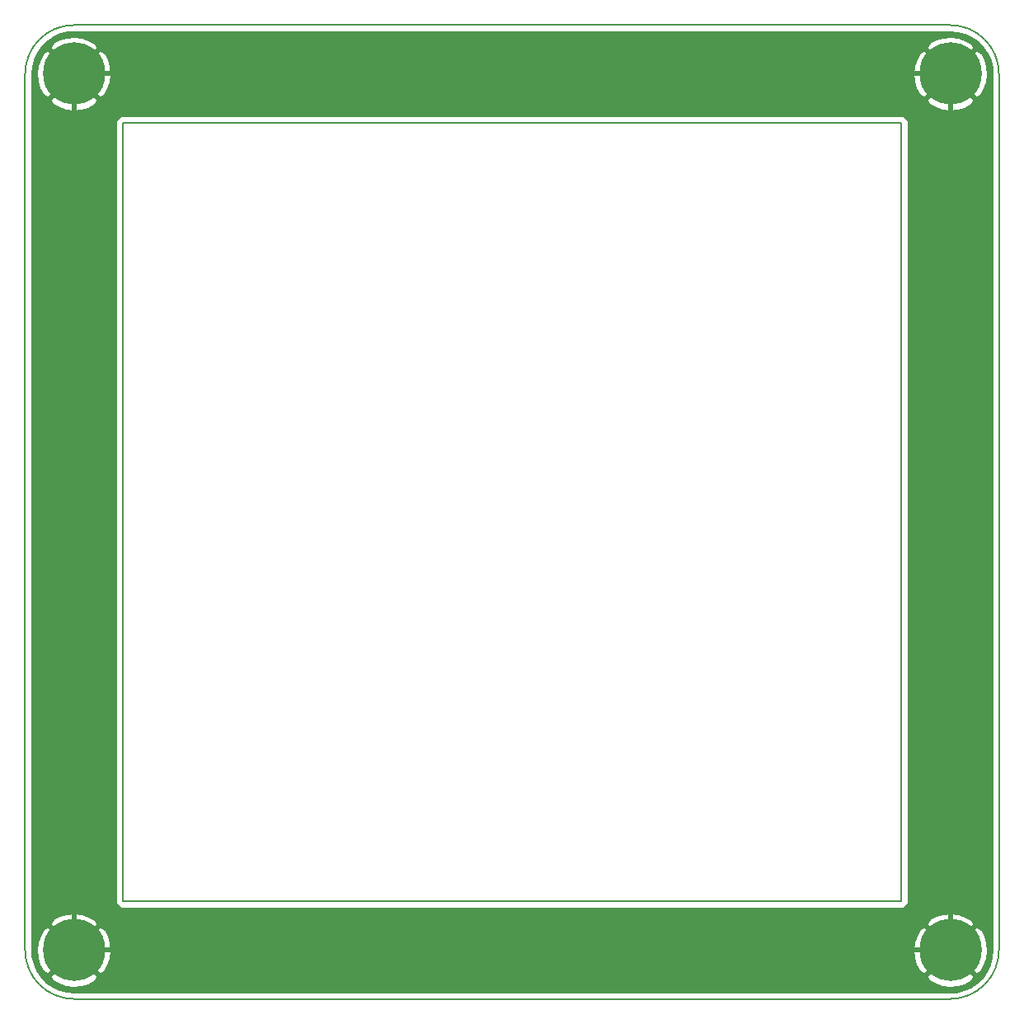
<source format=gbr>
%TF.GenerationSoftware,KiCad,Pcbnew,(5.1.6)-1*%
%TF.CreationDate,2020-12-06T18:47:15+01:00*%
%TF.ProjectId,05_Contour,30355f43-6f6e-4746-9f75-722e6b696361,rev?*%
%TF.SameCoordinates,Original*%
%TF.FileFunction,Copper,L2,Bot*%
%TF.FilePolarity,Positive*%
%FSLAX46Y46*%
G04 Gerber Fmt 4.6, Leading zero omitted, Abs format (unit mm)*
G04 Created by KiCad (PCBNEW (5.1.6)-1) date 2020-12-06 18:47:15*
%MOMM*%
%LPD*%
G01*
G04 APERTURE LIST*
%TA.AperFunction,Profile*%
%ADD10C,0.150000*%
%TD*%
%TA.AperFunction,ComponentPad*%
%ADD11C,6.400000*%
%TD*%
%TA.AperFunction,ComponentPad*%
%ADD12C,0.800000*%
%TD*%
%TA.AperFunction,ViaPad*%
%ADD13C,1.000000*%
%TD*%
%TA.AperFunction,Conductor*%
%ADD14C,0.500000*%
%TD*%
%TA.AperFunction,Conductor*%
%ADD15C,0.254000*%
%TD*%
G04 APERTURE END LIST*
D10*
X195000000Y-55000000D02*
G75*
G02*
X200000000Y-60000000I0J-5000000D01*
G01*
X200000000Y-150000000D02*
G75*
G02*
X195000000Y-155000000I-5000000J0D01*
G01*
X105000000Y-155000000D02*
G75*
G02*
X100000000Y-150000000I0J5000000D01*
G01*
X100000000Y-60000000D02*
G75*
G02*
X105000000Y-55000000I5000000J0D01*
G01*
X100000000Y-150000000D02*
X100000000Y-60000000D01*
X195000000Y-155000000D02*
X105000000Y-155000000D01*
X200000000Y-60000000D02*
X200000000Y-150000000D01*
X105000000Y-55000000D02*
X195000000Y-55000000D01*
X110000000Y-65000000D02*
X110000000Y-145000000D01*
X190000000Y-145000000D02*
X110000000Y-145000000D01*
X190000000Y-65000000D02*
X190000000Y-145000000D01*
X110000000Y-65000000D02*
X190000000Y-65000000D01*
D11*
%TO.P,H1,1*%
%TO.N,GND*%
X105000000Y-60000000D03*
D12*
X107400000Y-60000000D03*
X106697056Y-61697056D03*
X105000000Y-62400000D03*
X103302944Y-61697056D03*
X102600000Y-60000000D03*
X103302944Y-58302944D03*
X105000000Y-57600000D03*
X106697056Y-58302944D03*
%TD*%
D11*
%TO.P,H2,1*%
%TO.N,GND*%
X195000000Y-60000000D03*
D12*
X197400000Y-60000000D03*
X196697056Y-61697056D03*
X195000000Y-62400000D03*
X193302944Y-61697056D03*
X192600000Y-60000000D03*
X193302944Y-58302944D03*
X195000000Y-57600000D03*
X196697056Y-58302944D03*
%TD*%
%TO.P,H3,1*%
%TO.N,GND*%
X196697056Y-148302944D03*
X195000000Y-147600000D03*
X193302944Y-148302944D03*
X192600000Y-150000000D03*
X193302944Y-151697056D03*
X195000000Y-152400000D03*
X196697056Y-151697056D03*
X197400000Y-150000000D03*
D11*
X195000000Y-150000000D03*
%TD*%
D12*
%TO.P,H4,1*%
%TO.N,GND*%
X106697056Y-148302944D03*
X105000000Y-147600000D03*
X103302944Y-148302944D03*
X102600000Y-150000000D03*
X103302944Y-151697056D03*
X105000000Y-152400000D03*
X106697056Y-151697056D03*
X107400000Y-150000000D03*
D11*
X105000000Y-150000000D03*
%TD*%
D13*
%TO.N,GND*%
X105000000Y-65000000D03*
X105000000Y-70000000D03*
X105000000Y-75000000D03*
X105000000Y-80000000D03*
X105000000Y-85000000D03*
X105000000Y-90000000D03*
X105000000Y-95000000D03*
X105000000Y-105000000D03*
X105000000Y-110000000D03*
X105000000Y-115000000D03*
X105000000Y-120000000D03*
X105000000Y-130000000D03*
X105000000Y-135000000D03*
X105000000Y-140000000D03*
X105000000Y-145000000D03*
X110000000Y-60000000D03*
X115000000Y-60000000D03*
X120000000Y-60000000D03*
X125000000Y-60000000D03*
X130000000Y-60000000D03*
X135000000Y-60000000D03*
X140000000Y-60000000D03*
X145000000Y-60000000D03*
X150000000Y-60000000D03*
X155000000Y-60000000D03*
X160000000Y-60000000D03*
X170000000Y-60000000D03*
X175000000Y-60000000D03*
X180000000Y-60000000D03*
X185000000Y-60000000D03*
X190000000Y-60000000D03*
X195000000Y-65000000D03*
X195000000Y-70000000D03*
X195000000Y-75000000D03*
X195000000Y-80000000D03*
X195000000Y-85000000D03*
X195000000Y-90000000D03*
X195000000Y-95000000D03*
X195000000Y-100000000D03*
X195000000Y-105000000D03*
X195000000Y-110000000D03*
X195000000Y-115000000D03*
X195000000Y-120000000D03*
X195000000Y-125000000D03*
X195000000Y-130000000D03*
X195000000Y-135000000D03*
X195000000Y-140000000D03*
X195000000Y-145000000D03*
X110000000Y-150000000D03*
X115000000Y-150000000D03*
X125000000Y-150000000D03*
X130000000Y-150000000D03*
X135000000Y-150000000D03*
X145000000Y-150000000D03*
X150000000Y-150000000D03*
X160000000Y-150000000D03*
X165000000Y-150000000D03*
X170000000Y-150000000D03*
X175000000Y-150000000D03*
X180000000Y-150000000D03*
X185000000Y-150000000D03*
X190000000Y-150000000D03*
X105000000Y-100000000D03*
X105000000Y-125000000D03*
X165000000Y-60000000D03*
X120000000Y-150000000D03*
X140000000Y-150000000D03*
X155000000Y-150000000D03*
%TD*%
D14*
%TO.N,GND*%
X195000000Y-150000000D02*
X185000000Y-150000000D01*
X105000000Y-60000000D02*
X105000000Y-136000000D01*
X105000000Y-136000000D02*
X105000000Y-150000000D01*
X195000000Y-60000000D02*
X195000000Y-98500000D01*
X195000000Y-98500000D02*
X195000000Y-150000000D01*
X181000000Y-60000000D02*
X182000000Y-60000000D01*
X175250000Y-60250000D02*
X175000000Y-60000000D01*
X117000000Y-150000000D02*
X113000000Y-150000000D01*
X113000000Y-150000000D02*
X105000000Y-150000000D01*
X127000000Y-60000000D02*
X133000000Y-60000000D01*
X133000000Y-150000000D02*
X127000000Y-150000000D01*
X117000000Y-60000000D02*
X118000000Y-60000000D01*
X118000000Y-60000000D02*
X127000000Y-60000000D01*
X105000000Y-60000000D02*
X113000000Y-60000000D01*
X113000000Y-60000000D02*
X117000000Y-60000000D01*
X127000000Y-150000000D02*
X118000000Y-150000000D01*
X118000000Y-150000000D02*
X117000000Y-150000000D01*
X147000000Y-60000000D02*
X149000000Y-60000000D01*
X149000000Y-150000000D02*
X147000000Y-150000000D01*
X147000000Y-150000000D02*
X146500000Y-150000000D01*
X149000000Y-60000000D02*
X153000000Y-60000000D01*
X153000000Y-150000000D02*
X149000000Y-150000000D01*
X171500000Y-150000000D02*
X167000000Y-150000000D01*
X167000000Y-150000000D02*
X161500000Y-150000000D01*
X167000000Y-60000000D02*
X173000000Y-60000000D01*
X178000000Y-150000000D02*
X173000000Y-150000000D01*
X173000000Y-150000000D02*
X171500000Y-150000000D01*
X195000000Y-150000000D02*
X187000000Y-150000000D01*
X182000000Y-60000000D02*
X187000000Y-60000000D01*
X187000000Y-60000000D02*
X195000000Y-60000000D01*
X133000000Y-60000000D02*
X138000000Y-60000000D01*
X138000000Y-60000000D02*
X147000000Y-60000000D01*
X138000000Y-150000000D02*
X133000000Y-150000000D01*
X153000000Y-60000000D02*
X158000000Y-60000000D01*
X158000000Y-60000000D02*
X167000000Y-60000000D01*
X161500000Y-150000000D02*
X158000000Y-150000000D01*
X158000000Y-150000000D02*
X153000000Y-150000000D01*
X173000000Y-60000000D02*
X178000000Y-60000000D01*
X178000000Y-60000000D02*
X181000000Y-60000000D01*
X141500000Y-150000000D02*
X138000000Y-150000000D01*
X146500000Y-150000000D02*
X141500000Y-150000000D01*
X181500000Y-150000000D02*
X178000000Y-150000000D01*
X187000000Y-150000000D02*
X181500000Y-150000000D01*
%TD*%
D15*
%TO.N,GND*%
G36*
X195759192Y-55780578D02*
G01*
X196494389Y-55981705D01*
X197182351Y-56309846D01*
X197801331Y-56754628D01*
X198331761Y-57301988D01*
X198756884Y-57934639D01*
X199063251Y-58632561D01*
X199242499Y-59379183D01*
X199290000Y-60026030D01*
X199290001Y-149968370D01*
X199219422Y-150759193D01*
X199018295Y-151494389D01*
X198690152Y-152182355D01*
X198245374Y-152801328D01*
X197698012Y-153331761D01*
X197065362Y-153756883D01*
X196367439Y-154063251D01*
X195620819Y-154242499D01*
X194973970Y-154290000D01*
X105031618Y-154290000D01*
X104240807Y-154219422D01*
X103505611Y-154018295D01*
X102817645Y-153690152D01*
X102198672Y-153245374D01*
X101671020Y-152700881D01*
X102478724Y-152700881D01*
X102838912Y-153190548D01*
X103502882Y-153550849D01*
X104224385Y-153774694D01*
X104975695Y-153853480D01*
X105727938Y-153784178D01*
X106452208Y-153569452D01*
X107120670Y-153217555D01*
X107161088Y-153190548D01*
X107521276Y-152700881D01*
X192478724Y-152700881D01*
X192838912Y-153190548D01*
X193502882Y-153550849D01*
X194224385Y-153774694D01*
X194975695Y-153853480D01*
X195727938Y-153784178D01*
X196452208Y-153569452D01*
X197120670Y-153217555D01*
X197161088Y-153190548D01*
X197521276Y-152700881D01*
X195000000Y-150179605D01*
X192478724Y-152700881D01*
X107521276Y-152700881D01*
X105000000Y-150179605D01*
X102478724Y-152700881D01*
X101671020Y-152700881D01*
X101668239Y-152698012D01*
X101243117Y-152065362D01*
X100936749Y-151367439D01*
X100757501Y-150620819D01*
X100710127Y-149975695D01*
X101146520Y-149975695D01*
X101215822Y-150727938D01*
X101430548Y-151452208D01*
X101782445Y-152120670D01*
X101809452Y-152161088D01*
X102299119Y-152521276D01*
X104820395Y-150000000D01*
X105179605Y-150000000D01*
X107700881Y-152521276D01*
X108190548Y-152161088D01*
X108550849Y-151497118D01*
X108774694Y-150775615D01*
X108853480Y-150024305D01*
X108849002Y-149975695D01*
X191146520Y-149975695D01*
X191215822Y-150727938D01*
X191430548Y-151452208D01*
X191782445Y-152120670D01*
X191809452Y-152161088D01*
X192299119Y-152521276D01*
X194820395Y-150000000D01*
X195179605Y-150000000D01*
X197700881Y-152521276D01*
X198190548Y-152161088D01*
X198550849Y-151497118D01*
X198774694Y-150775615D01*
X198853480Y-150024305D01*
X198784178Y-149272062D01*
X198569452Y-148547792D01*
X198217555Y-147879330D01*
X198190548Y-147838912D01*
X197700881Y-147478724D01*
X195179605Y-150000000D01*
X194820395Y-150000000D01*
X192299119Y-147478724D01*
X191809452Y-147838912D01*
X191449151Y-148502882D01*
X191225306Y-149224385D01*
X191146520Y-149975695D01*
X108849002Y-149975695D01*
X108784178Y-149272062D01*
X108569452Y-148547792D01*
X108217555Y-147879330D01*
X108190548Y-147838912D01*
X107700881Y-147478724D01*
X105179605Y-150000000D01*
X104820395Y-150000000D01*
X102299119Y-147478724D01*
X101809452Y-147838912D01*
X101449151Y-148502882D01*
X101225306Y-149224385D01*
X101146520Y-149975695D01*
X100710127Y-149975695D01*
X100710000Y-149973970D01*
X100710000Y-147299119D01*
X102478724Y-147299119D01*
X105000000Y-149820395D01*
X107521276Y-147299119D01*
X192478724Y-147299119D01*
X195000000Y-149820395D01*
X197521276Y-147299119D01*
X197161088Y-146809452D01*
X196497118Y-146449151D01*
X195775615Y-146225306D01*
X195024305Y-146146520D01*
X194272062Y-146215822D01*
X193547792Y-146430548D01*
X192879330Y-146782445D01*
X192838912Y-146809452D01*
X192478724Y-147299119D01*
X107521276Y-147299119D01*
X107161088Y-146809452D01*
X106497118Y-146449151D01*
X105775615Y-146225306D01*
X105024305Y-146146520D01*
X104272062Y-146215822D01*
X103547792Y-146430548D01*
X102879330Y-146782445D01*
X102838912Y-146809452D01*
X102478724Y-147299119D01*
X100710000Y-147299119D01*
X100710000Y-65000000D01*
X109286565Y-65000000D01*
X109290000Y-65034877D01*
X109290001Y-144965113D01*
X109286565Y-145000000D01*
X109300273Y-145139184D01*
X109340872Y-145273020D01*
X109406800Y-145396363D01*
X109495525Y-145504475D01*
X109603637Y-145593200D01*
X109726980Y-145659128D01*
X109860816Y-145699727D01*
X109965123Y-145710000D01*
X110000000Y-145713435D01*
X110034877Y-145710000D01*
X189965123Y-145710000D01*
X190000000Y-145713435D01*
X190034877Y-145710000D01*
X190139184Y-145699727D01*
X190273020Y-145659128D01*
X190396363Y-145593200D01*
X190504475Y-145504475D01*
X190593200Y-145396363D01*
X190659128Y-145273020D01*
X190699727Y-145139184D01*
X190713435Y-145000000D01*
X190710000Y-144965123D01*
X190710000Y-65034877D01*
X190713435Y-65000000D01*
X190699727Y-64860816D01*
X190659128Y-64726980D01*
X190593200Y-64603637D01*
X190504475Y-64495525D01*
X190396363Y-64406800D01*
X190273020Y-64340872D01*
X190139184Y-64300273D01*
X190034877Y-64290000D01*
X190000000Y-64286565D01*
X189965123Y-64290000D01*
X110034877Y-64290000D01*
X110000000Y-64286565D01*
X109965123Y-64290000D01*
X109860816Y-64300273D01*
X109726980Y-64340872D01*
X109603637Y-64406800D01*
X109495525Y-64495525D01*
X109406800Y-64603637D01*
X109340872Y-64726980D01*
X109300273Y-64860816D01*
X109286565Y-65000000D01*
X100710000Y-65000000D01*
X100710000Y-62700881D01*
X102478724Y-62700881D01*
X102838912Y-63190548D01*
X103502882Y-63550849D01*
X104224385Y-63774694D01*
X104975695Y-63853480D01*
X105727938Y-63784178D01*
X106452208Y-63569452D01*
X107120670Y-63217555D01*
X107161088Y-63190548D01*
X107521276Y-62700881D01*
X192478724Y-62700881D01*
X192838912Y-63190548D01*
X193502882Y-63550849D01*
X194224385Y-63774694D01*
X194975695Y-63853480D01*
X195727938Y-63784178D01*
X196452208Y-63569452D01*
X197120670Y-63217555D01*
X197161088Y-63190548D01*
X197521276Y-62700881D01*
X195000000Y-60179605D01*
X192478724Y-62700881D01*
X107521276Y-62700881D01*
X105000000Y-60179605D01*
X102478724Y-62700881D01*
X100710000Y-62700881D01*
X100710000Y-60031618D01*
X100714991Y-59975695D01*
X101146520Y-59975695D01*
X101215822Y-60727938D01*
X101430548Y-61452208D01*
X101782445Y-62120670D01*
X101809452Y-62161088D01*
X102299119Y-62521276D01*
X104820395Y-60000000D01*
X105179605Y-60000000D01*
X107700881Y-62521276D01*
X108190548Y-62161088D01*
X108550849Y-61497118D01*
X108774694Y-60775615D01*
X108853480Y-60024305D01*
X108849002Y-59975695D01*
X191146520Y-59975695D01*
X191215822Y-60727938D01*
X191430548Y-61452208D01*
X191782445Y-62120670D01*
X191809452Y-62161088D01*
X192299119Y-62521276D01*
X194820395Y-60000000D01*
X195179605Y-60000000D01*
X197700881Y-62521276D01*
X198190548Y-62161088D01*
X198550849Y-61497118D01*
X198774694Y-60775615D01*
X198853480Y-60024305D01*
X198784178Y-59272062D01*
X198569452Y-58547792D01*
X198217555Y-57879330D01*
X198190548Y-57838912D01*
X197700881Y-57478724D01*
X195179605Y-60000000D01*
X194820395Y-60000000D01*
X192299119Y-57478724D01*
X191809452Y-57838912D01*
X191449151Y-58502882D01*
X191225306Y-59224385D01*
X191146520Y-59975695D01*
X108849002Y-59975695D01*
X108784178Y-59272062D01*
X108569452Y-58547792D01*
X108217555Y-57879330D01*
X108190548Y-57838912D01*
X107700881Y-57478724D01*
X105179605Y-60000000D01*
X104820395Y-60000000D01*
X102299119Y-57478724D01*
X101809452Y-57838912D01*
X101449151Y-58502882D01*
X101225306Y-59224385D01*
X101146520Y-59975695D01*
X100714991Y-59975695D01*
X100780578Y-59240808D01*
X100981705Y-58505611D01*
X101309846Y-57817649D01*
X101682447Y-57299119D01*
X102478724Y-57299119D01*
X105000000Y-59820395D01*
X107521276Y-57299119D01*
X192478724Y-57299119D01*
X195000000Y-59820395D01*
X197521276Y-57299119D01*
X197161088Y-56809452D01*
X196497118Y-56449151D01*
X195775615Y-56225306D01*
X195024305Y-56146520D01*
X194272062Y-56215822D01*
X193547792Y-56430548D01*
X192879330Y-56782445D01*
X192838912Y-56809452D01*
X192478724Y-57299119D01*
X107521276Y-57299119D01*
X107161088Y-56809452D01*
X106497118Y-56449151D01*
X105775615Y-56225306D01*
X105024305Y-56146520D01*
X104272062Y-56215822D01*
X103547792Y-56430548D01*
X102879330Y-56782445D01*
X102838912Y-56809452D01*
X102478724Y-57299119D01*
X101682447Y-57299119D01*
X101754628Y-57198669D01*
X102301988Y-56668239D01*
X102934639Y-56243116D01*
X103632561Y-55936749D01*
X104379183Y-55757501D01*
X105026030Y-55710000D01*
X194968382Y-55710000D01*
X195759192Y-55780578D01*
G37*
X195759192Y-55780578D02*
X196494389Y-55981705D01*
X197182351Y-56309846D01*
X197801331Y-56754628D01*
X198331761Y-57301988D01*
X198756884Y-57934639D01*
X199063251Y-58632561D01*
X199242499Y-59379183D01*
X199290000Y-60026030D01*
X199290001Y-149968370D01*
X199219422Y-150759193D01*
X199018295Y-151494389D01*
X198690152Y-152182355D01*
X198245374Y-152801328D01*
X197698012Y-153331761D01*
X197065362Y-153756883D01*
X196367439Y-154063251D01*
X195620819Y-154242499D01*
X194973970Y-154290000D01*
X105031618Y-154290000D01*
X104240807Y-154219422D01*
X103505611Y-154018295D01*
X102817645Y-153690152D01*
X102198672Y-153245374D01*
X101671020Y-152700881D01*
X102478724Y-152700881D01*
X102838912Y-153190548D01*
X103502882Y-153550849D01*
X104224385Y-153774694D01*
X104975695Y-153853480D01*
X105727938Y-153784178D01*
X106452208Y-153569452D01*
X107120670Y-153217555D01*
X107161088Y-153190548D01*
X107521276Y-152700881D01*
X192478724Y-152700881D01*
X192838912Y-153190548D01*
X193502882Y-153550849D01*
X194224385Y-153774694D01*
X194975695Y-153853480D01*
X195727938Y-153784178D01*
X196452208Y-153569452D01*
X197120670Y-153217555D01*
X197161088Y-153190548D01*
X197521276Y-152700881D01*
X195000000Y-150179605D01*
X192478724Y-152700881D01*
X107521276Y-152700881D01*
X105000000Y-150179605D01*
X102478724Y-152700881D01*
X101671020Y-152700881D01*
X101668239Y-152698012D01*
X101243117Y-152065362D01*
X100936749Y-151367439D01*
X100757501Y-150620819D01*
X100710127Y-149975695D01*
X101146520Y-149975695D01*
X101215822Y-150727938D01*
X101430548Y-151452208D01*
X101782445Y-152120670D01*
X101809452Y-152161088D01*
X102299119Y-152521276D01*
X104820395Y-150000000D01*
X105179605Y-150000000D01*
X107700881Y-152521276D01*
X108190548Y-152161088D01*
X108550849Y-151497118D01*
X108774694Y-150775615D01*
X108853480Y-150024305D01*
X108849002Y-149975695D01*
X191146520Y-149975695D01*
X191215822Y-150727938D01*
X191430548Y-151452208D01*
X191782445Y-152120670D01*
X191809452Y-152161088D01*
X192299119Y-152521276D01*
X194820395Y-150000000D01*
X195179605Y-150000000D01*
X197700881Y-152521276D01*
X198190548Y-152161088D01*
X198550849Y-151497118D01*
X198774694Y-150775615D01*
X198853480Y-150024305D01*
X198784178Y-149272062D01*
X198569452Y-148547792D01*
X198217555Y-147879330D01*
X198190548Y-147838912D01*
X197700881Y-147478724D01*
X195179605Y-150000000D01*
X194820395Y-150000000D01*
X192299119Y-147478724D01*
X191809452Y-147838912D01*
X191449151Y-148502882D01*
X191225306Y-149224385D01*
X191146520Y-149975695D01*
X108849002Y-149975695D01*
X108784178Y-149272062D01*
X108569452Y-148547792D01*
X108217555Y-147879330D01*
X108190548Y-147838912D01*
X107700881Y-147478724D01*
X105179605Y-150000000D01*
X104820395Y-150000000D01*
X102299119Y-147478724D01*
X101809452Y-147838912D01*
X101449151Y-148502882D01*
X101225306Y-149224385D01*
X101146520Y-149975695D01*
X100710127Y-149975695D01*
X100710000Y-149973970D01*
X100710000Y-147299119D01*
X102478724Y-147299119D01*
X105000000Y-149820395D01*
X107521276Y-147299119D01*
X192478724Y-147299119D01*
X195000000Y-149820395D01*
X197521276Y-147299119D01*
X197161088Y-146809452D01*
X196497118Y-146449151D01*
X195775615Y-146225306D01*
X195024305Y-146146520D01*
X194272062Y-146215822D01*
X193547792Y-146430548D01*
X192879330Y-146782445D01*
X192838912Y-146809452D01*
X192478724Y-147299119D01*
X107521276Y-147299119D01*
X107161088Y-146809452D01*
X106497118Y-146449151D01*
X105775615Y-146225306D01*
X105024305Y-146146520D01*
X104272062Y-146215822D01*
X103547792Y-146430548D01*
X102879330Y-146782445D01*
X102838912Y-146809452D01*
X102478724Y-147299119D01*
X100710000Y-147299119D01*
X100710000Y-65000000D01*
X109286565Y-65000000D01*
X109290000Y-65034877D01*
X109290001Y-144965113D01*
X109286565Y-145000000D01*
X109300273Y-145139184D01*
X109340872Y-145273020D01*
X109406800Y-145396363D01*
X109495525Y-145504475D01*
X109603637Y-145593200D01*
X109726980Y-145659128D01*
X109860816Y-145699727D01*
X109965123Y-145710000D01*
X110000000Y-145713435D01*
X110034877Y-145710000D01*
X189965123Y-145710000D01*
X190000000Y-145713435D01*
X190034877Y-145710000D01*
X190139184Y-145699727D01*
X190273020Y-145659128D01*
X190396363Y-145593200D01*
X190504475Y-145504475D01*
X190593200Y-145396363D01*
X190659128Y-145273020D01*
X190699727Y-145139184D01*
X190713435Y-145000000D01*
X190710000Y-144965123D01*
X190710000Y-65034877D01*
X190713435Y-65000000D01*
X190699727Y-64860816D01*
X190659128Y-64726980D01*
X190593200Y-64603637D01*
X190504475Y-64495525D01*
X190396363Y-64406800D01*
X190273020Y-64340872D01*
X190139184Y-64300273D01*
X190034877Y-64290000D01*
X190000000Y-64286565D01*
X189965123Y-64290000D01*
X110034877Y-64290000D01*
X110000000Y-64286565D01*
X109965123Y-64290000D01*
X109860816Y-64300273D01*
X109726980Y-64340872D01*
X109603637Y-64406800D01*
X109495525Y-64495525D01*
X109406800Y-64603637D01*
X109340872Y-64726980D01*
X109300273Y-64860816D01*
X109286565Y-65000000D01*
X100710000Y-65000000D01*
X100710000Y-62700881D01*
X102478724Y-62700881D01*
X102838912Y-63190548D01*
X103502882Y-63550849D01*
X104224385Y-63774694D01*
X104975695Y-63853480D01*
X105727938Y-63784178D01*
X106452208Y-63569452D01*
X107120670Y-63217555D01*
X107161088Y-63190548D01*
X107521276Y-62700881D01*
X192478724Y-62700881D01*
X192838912Y-63190548D01*
X193502882Y-63550849D01*
X194224385Y-63774694D01*
X194975695Y-63853480D01*
X195727938Y-63784178D01*
X196452208Y-63569452D01*
X197120670Y-63217555D01*
X197161088Y-63190548D01*
X197521276Y-62700881D01*
X195000000Y-60179605D01*
X192478724Y-62700881D01*
X107521276Y-62700881D01*
X105000000Y-60179605D01*
X102478724Y-62700881D01*
X100710000Y-62700881D01*
X100710000Y-60031618D01*
X100714991Y-59975695D01*
X101146520Y-59975695D01*
X101215822Y-60727938D01*
X101430548Y-61452208D01*
X101782445Y-62120670D01*
X101809452Y-62161088D01*
X102299119Y-62521276D01*
X104820395Y-60000000D01*
X105179605Y-60000000D01*
X107700881Y-62521276D01*
X108190548Y-62161088D01*
X108550849Y-61497118D01*
X108774694Y-60775615D01*
X108853480Y-60024305D01*
X108849002Y-59975695D01*
X191146520Y-59975695D01*
X191215822Y-60727938D01*
X191430548Y-61452208D01*
X191782445Y-62120670D01*
X191809452Y-62161088D01*
X192299119Y-62521276D01*
X194820395Y-60000000D01*
X195179605Y-60000000D01*
X197700881Y-62521276D01*
X198190548Y-62161088D01*
X198550849Y-61497118D01*
X198774694Y-60775615D01*
X198853480Y-60024305D01*
X198784178Y-59272062D01*
X198569452Y-58547792D01*
X198217555Y-57879330D01*
X198190548Y-57838912D01*
X197700881Y-57478724D01*
X195179605Y-60000000D01*
X194820395Y-60000000D01*
X192299119Y-57478724D01*
X191809452Y-57838912D01*
X191449151Y-58502882D01*
X191225306Y-59224385D01*
X191146520Y-59975695D01*
X108849002Y-59975695D01*
X108784178Y-59272062D01*
X108569452Y-58547792D01*
X108217555Y-57879330D01*
X108190548Y-57838912D01*
X107700881Y-57478724D01*
X105179605Y-60000000D01*
X104820395Y-60000000D01*
X102299119Y-57478724D01*
X101809452Y-57838912D01*
X101449151Y-58502882D01*
X101225306Y-59224385D01*
X101146520Y-59975695D01*
X100714991Y-59975695D01*
X100780578Y-59240808D01*
X100981705Y-58505611D01*
X101309846Y-57817649D01*
X101682447Y-57299119D01*
X102478724Y-57299119D01*
X105000000Y-59820395D01*
X107521276Y-57299119D01*
X192478724Y-57299119D01*
X195000000Y-59820395D01*
X197521276Y-57299119D01*
X197161088Y-56809452D01*
X196497118Y-56449151D01*
X195775615Y-56225306D01*
X195024305Y-56146520D01*
X194272062Y-56215822D01*
X193547792Y-56430548D01*
X192879330Y-56782445D01*
X192838912Y-56809452D01*
X192478724Y-57299119D01*
X107521276Y-57299119D01*
X107161088Y-56809452D01*
X106497118Y-56449151D01*
X105775615Y-56225306D01*
X105024305Y-56146520D01*
X104272062Y-56215822D01*
X103547792Y-56430548D01*
X102879330Y-56782445D01*
X102838912Y-56809452D01*
X102478724Y-57299119D01*
X101682447Y-57299119D01*
X101754628Y-57198669D01*
X102301988Y-56668239D01*
X102934639Y-56243116D01*
X103632561Y-55936749D01*
X104379183Y-55757501D01*
X105026030Y-55710000D01*
X194968382Y-55710000D01*
X195759192Y-55780578D01*
%TD*%
M02*

</source>
